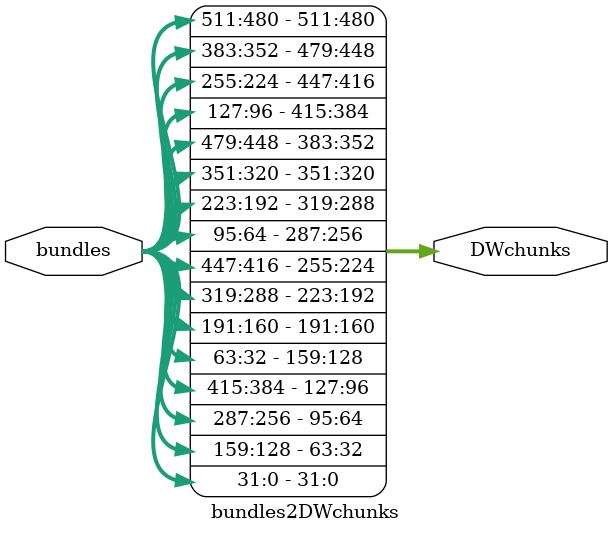
<source format=v>
/*
    Copyright 2020 UCLouvain

    Licensed under the Solderpad Hardware Licence, Version 2.0 (the "License");
    you may not use this file except in compliance with the License.
    You may obtain a copy of the License at

        https://solderpad.org/licenses/SHL-2.0/

    Unless required by applicable law or agreed to in writing, software
    distributed under the License is distributed on an "AS IS" BASIS,
    WITHOUT WARRANTIES OR CONDITIONS OF ANY KIND, either express or implied.
    See the License for the specific language governing permissions and
    limitations under the License.
*/
/*
    Change the Shadow state representation.
    Used to process the Round B of Shadow.
    Considering the shadow state as 4 128-bits bundles:
        bundles = [ b3 | b2 | b1 | b0 ]

    Each bundle is considered as 4 32-bits rows:
        bi = [ ri_3 | ri_2 | ri_1 | ri_0 ]

    A DWchunk is a bundle composed of the rows with the same 
    indexes from each bundles in the state of Shadow:
        DWchunk_j = [ r3_j | r2_j | r1_j | r0_j ]

    The output is 
        DWchunks = [ DWchunk_3 | DWchunk_2 | DWchunk_1 | DWchunk_0 ]
*/
module bundles2DWchunks
(
    input [511:0] bundles,
    output [511:0] DWchunks
);

genvar r, b;
generate
for(r=0;r<4;r=r+1) begin:row
    for(b=0;b<4;b=b+1) begin: bundle
        assign DWchunks[(4*r+b)*32 +: 32] = bundles[128*b+32*r +: 32];
    end
end
endgenerate

endmodule

</source>
